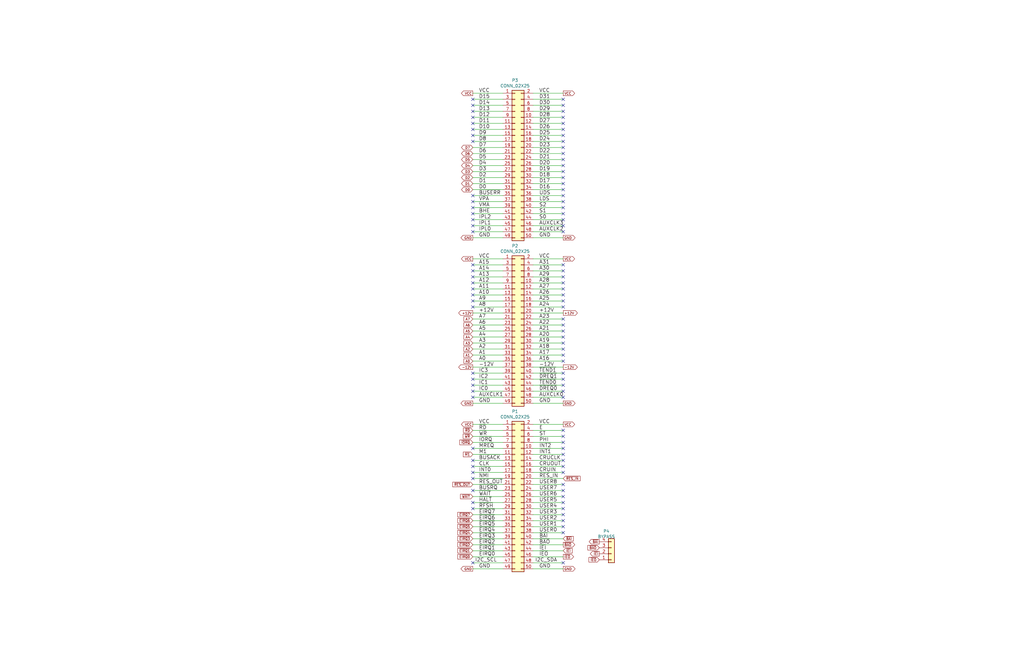
<source format=kicad_sch>
(kicad_sch (version 20211123) (generator eeschema)
  (paper "B")
  (lib_symbols
    (symbol "Connector_Generic:Conn_01x04" (pin_names (offset 1.016) hide)
      (property "Reference" "J" (at 0 5.08 0))
      (property "Value" "Conn_01x04" (at 0 -7.62 0))
      (symbol "Conn_01x04_1_1"
        (rectangle (start -1.27 -4.953) (end 0 -5.207) (stroke (width 0.1524)))
        (rectangle (start -1.27 -2.413) (end 0 -2.667) (stroke (width 0.1524)))
        (rectangle (start -1.27 0.127) (end 0 -0.127) (stroke (width 0.1524)))
        (rectangle (start -1.27 2.667) (end 0 2.413) (stroke (width 0.1524)))
        (rectangle (start -1.27 3.81) (end 1.27 -6.35) (stroke (width 0.254)) (fill (type background)))
        (pin passive line (at -5.08 2.54 0) (length 3.81) (name "Pin_1") (number "1"))
        (pin passive line (at -5.08 0 0) (length 3.81) (name "Pin_2") (number "2"))
        (pin passive line (at -5.08 -2.54 0) (length 3.81) (name "Pin_3") (number "3"))
        (pin passive line (at -5.08 -5.08 0) (length 3.81) (name "Pin_4") (number "4"))
      )
    )
    (symbol "Connector_Generic:Conn_02x25_Odd_Even" (pin_names (offset 1.016) hide)
      (property "Reference" "J" (at 1.27 33.02 0))
      (property "Value" "Conn_02x25_Odd_Even" (at 1.27 -33.02 0))
      (symbol "Conn_02x25_Odd_Even_1_1"
        (rectangle (start -1.27 -30.353) (end 0 -30.607) (stroke (width 0.1524)))
        (rectangle (start -1.27 -27.813) (end 0 -28.067) (stroke (width 0.1524)))
        (rectangle (start -1.27 -25.273) (end 0 -25.527) (stroke (width 0.1524)))
        (rectangle (start -1.27 -22.733) (end 0 -22.987) (stroke (width 0.1524)))
        (rectangle (start -1.27 -20.193) (end 0 -20.447) (stroke (width 0.1524)))
        (rectangle (start -1.27 -17.653) (end 0 -17.907) (stroke (width 0.1524)))
        (rectangle (start -1.27 -15.113) (end 0 -15.367) (stroke (width 0.1524)))
        (rectangle (start -1.27 -12.573) (end 0 -12.827) (stroke (width 0.1524)))
        (rectangle (start -1.27 -10.033) (end 0 -10.287) (stroke (width 0.1524)))
        (rectangle (start -1.27 -7.493) (end 0 -7.747) (stroke (width 0.1524)))
        (rectangle (start -1.27 -4.953) (end 0 -5.207) (stroke (width 0.1524)))
        (rectangle (start -1.27 -2.413) (end 0 -2.667) (stroke (width 0.1524)))
        (rectangle (start -1.27 0.127) (end 0 -0.127) (stroke (width 0.1524)))
        (rectangle (start -1.27 2.667) (end 0 2.413) (stroke (width 0.1524)))
        (rectangle (start -1.27 5.207) (end 0 4.953) (stroke (width 0.1524)))
        (rectangle (start -1.27 7.747) (end 0 7.493) (stroke (width 0.1524)))
        (rectangle (start -1.27 10.287) (end 0 10.033) (stroke (width 0.1524)))
        (rectangle (start -1.27 12.827) (end 0 12.573) (stroke (width 0.1524)))
        (rectangle (start -1.27 15.367) (end 0 15.113) (stroke (width 0.1524)))
        (rectangle (start -1.27 17.907) (end 0 17.653) (stroke (width 0.1524)))
        (rectangle (start -1.27 20.447) (end 0 20.193) (stroke (width 0.1524)))
        (rectangle (start -1.27 22.987) (end 0 22.733) (stroke (width 0.1524)))
        (rectangle (start -1.27 25.527) (end 0 25.273) (stroke (width 0.1524)))
        (rectangle (start -1.27 28.067) (end 0 27.813) (stroke (width 0.1524)))
        (rectangle (start -1.27 30.607) (end 0 30.353) (stroke (width 0.1524)))
        (rectangle (start -1.27 31.75) (end 3.81 -31.75) (stroke (width 0.254)) (fill (type background)))
        (rectangle (start 3.81 -30.353) (end 2.54 -30.607) (stroke (width 0.1524)))
        (rectangle (start 3.81 -27.813) (end 2.54 -28.067) (stroke (width 0.1524)))
        (rectangle (start 3.81 -25.273) (end 2.54 -25.527) (stroke (width 0.1524)))
        (rectangle (start 3.81 -22.733) (end 2.54 -22.987) (stroke (width 0.1524)))
        (rectangle (start 3.81 -20.193) (end 2.54 -20.447) (stroke (width 0.1524)))
        (rectangle (start 3.81 -17.653) (end 2.54 -17.907) (stroke (width 0.1524)))
        (rectangle (start 3.81 -15.113) (end 2.54 -15.367) (stroke (width 0.1524)))
        (rectangle (start 3.81 -12.573) (end 2.54 -12.827) (stroke (width 0.1524)))
        (rectangle (start 3.81 -10.033) (end 2.54 -10.287) (stroke (width 0.1524)))
        (rectangle (start 3.81 -7.493) (end 2.54 -7.747) (stroke (width 0.1524)))
        (rectangle (start 3.81 -4.953) (end 2.54 -5.207) (stroke (width 0.1524)))
        (rectangle (start 3.81 -2.413) (end 2.54 -2.667) (stroke (width 0.1524)))
        (rectangle (start 3.81 0.127) (end 2.54 -0.127) (stroke (width 0.1524)))
        (rectangle (start 3.81 2.667) (end 2.54 2.413) (stroke (width 0.1524)))
        (rectangle (start 3.81 5.207) (end 2.54 4.953) (stroke (width 0.1524)))
        (rectangle (start 3.81 7.747) (end 2.54 7.493) (stroke (width 0.1524)))
        (rectangle (start 3.81 10.287) (end 2.54 10.033) (stroke (width 0.1524)))
        (rectangle (start 3.81 12.827) (end 2.54 12.573) (stroke (width 0.1524)))
        (rectangle (start 3.81 15.367) (end 2.54 15.113) (stroke (width 0.1524)))
        (rectangle (start 3.81 17.907) (end 2.54 17.653) (stroke (width 0.1524)))
        (rectangle (start 3.81 20.447) (end 2.54 20.193) (stroke (width 0.1524)))
        (rectangle (start 3.81 22.987) (end 2.54 22.733) (stroke (width 0.1524)))
        (rectangle (start 3.81 25.527) (end 2.54 25.273) (stroke (width 0.1524)))
        (rectangle (start 3.81 28.067) (end 2.54 27.813) (stroke (width 0.1524)))
        (rectangle (start 3.81 30.607) (end 2.54 30.353) (stroke (width 0.1524)))
        (pin passive line (at -5.08 30.48 0) (length 3.81) (name "Pin_1") (number "1"))
        (pin passive line (at 7.62 20.32 180) (length 3.81) (name "Pin_10") (number "10"))
        (pin passive line (at -5.08 17.78 0) (length 3.81) (name "Pin_11") (number "11"))
        (pin passive line (at 7.62 17.78 180) (length 3.81) (name "Pin_12") (number "12"))
        (pin passive line (at -5.08 15.24 0) (length 3.81) (name "Pin_13") (number "13"))
        (pin passive line (at 7.62 15.24 180) (length 3.81) (name "Pin_14") (number "14"))
        (pin passive line (at -5.08 12.7 0) (length 3.81) (name "Pin_15") (number "15"))
        (pin passive line (at 7.62 12.7 180) (length 3.81) (name "Pin_16") (number "16"))
        (pin passive line (at -5.08 10.16 0) (length 3.81) (name "Pin_17") (number "17"))
        (pin passive line (at 7.62 10.16 180) (length 3.81) (name "Pin_18") (number "18"))
        (pin passive line (at -5.08 7.62 0) (length 3.81) (name "Pin_19") (number "19"))
        (pin passive line (at 7.62 30.48 180) (length 3.81) (name "Pin_2") (number "2"))
        (pin passive line (at 7.62 7.62 180) (length 3.81) (name "Pin_20") (number "20"))
        (pin passive line (at -5.08 5.08 0) (length 3.81) (name "Pin_21") (number "21"))
        (pin passive line (at 7.62 5.08 180) (length 3.81) (name "Pin_22") (number "22"))
        (pin passive line (at -5.08 2.54 0) (length 3.81) (name "Pin_23") (number "23"))
        (pin passive line (at 7.62 2.54 180) (length 3.81) (name "Pin_24") (number "24"))
        (pin passive line (at -5.08 0 0) (length 3.81) (name "Pin_25") (number "25"))
        (pin passive line (at 7.62 0 180) (length 3.81) (name "Pin_26") (number "26"))
        (pin passive line (at -5.08 -2.54 0) (length 3.81) (name "Pin_27") (number "27"))
        (pin passive line (at 7.62 -2.54 180) (length 3.81) (name "Pin_28") (number "28"))
        (pin passive line (at -5.08 -5.08 0) (length 3.81) (name "Pin_29") (number "29"))
        (pin passive line (at -5.08 27.94 0) (length 3.81) (name "Pin_3") (number "3"))
        (pin passive line (at 7.62 -5.08 180) (length 3.81) (name "Pin_30") (number "30"))
        (pin passive line (at -5.08 -7.62 0) (length 3.81) (name "Pin_31") (number "31"))
        (pin passive line (at 7.62 -7.62 180) (length 3.81) (name "Pin_32") (number "32"))
        (pin passive line (at -5.08 -10.16 0) (length 3.81) (name "Pin_33") (number "33"))
        (pin passive line (at 7.62 -10.16 180) (length 3.81) (name "Pin_34") (number "34"))
        (pin passive line (at -5.08 -12.7 0) (length 3.81) (name "Pin_35") (number "35"))
        (pin passive line (at 7.62 -12.7 180) (length 3.81) (name "Pin_36") (number "36"))
        (pin passive line (at -5.08 -15.24 0) (length 3.81) (name "Pin_37") (number "37"))
        (pin passive line (at 7.62 -15.24 180) (length 3.81) (name "Pin_38") (number "38"))
        (pin passive line (at -5.08 -17.78 0) (length 3.81) (name "Pin_39") (number "39"))
        (pin passive line (at 7.62 27.94 180) (length 3.81) (name "Pin_4") (number "4"))
        (pin passive line (at 7.62 -17.78 180) (length 3.81) (name "Pin_40") (number "40"))
        (pin passive line (at -5.08 -20.32 0) (length 3.81) (name "Pin_41") (number "41"))
        (pin passive line (at 7.62 -20.32 180) (length 3.81) (name "Pin_42") (number "42"))
        (pin passive line (at -5.08 -22.86 0) (length 3.81) (name "Pin_43") (number "43"))
        (pin passive line (at 7.62 -22.86 180) (length 3.81) (name "Pin_44") (number "44"))
        (pin passive line (at -5.08 -25.4 0) (length 3.81) (name "Pin_45") (number "45"))
        (pin passive line (at 7.62 -25.4 180) (length 3.81) (name "Pin_46") (number "46"))
        (pin passive line (at -5.08 -27.94 0) (length 3.81) (name "Pin_47") (number "47"))
        (pin passive line (at 7.62 -27.94 180) (length 3.81) (name "Pin_48") (number "48"))
        (pin passive line (at -5.08 -30.48 0) (length 3.81) (name "Pin_49") (number "49"))
        (pin passive line (at -5.08 25.4 0) (length 3.81) (name "Pin_5") (number "5"))
        (pin passive line (at 7.62 -30.48 180) (length 3.81) (name "Pin_50") (number "50"))
        (pin passive line (at 7.62 25.4 180) (length 3.81) (name "Pin_6") (number "6"))
        (pin passive line (at -5.08 22.86 0) (length 3.81) (name "Pin_7") (number "7"))
        (pin passive line (at 7.62 22.86 180) (length 3.81) (name "Pin_8") (number "8"))
        (pin passive line (at -5.08 20.32 0) (length 3.81) (name "Pin_9") (number "9"))
      )
    )
  )
  (no_connect (at 199.39 90.17))
  (no_connect (at 237.49 196.85))
  (no_connect (at 237.49 46.99))
  (no_connect (at 199.39 167.64))
  (no_connect (at 237.49 59.69))
  (no_connect (at 199.39 85.09))
  (no_connect (at 237.49 77.47))
  (no_connect (at 199.39 54.61))
  (no_connect (at 237.49 111.76))
  (no_connect (at 199.39 196.85))
  (no_connect (at 199.39 121.92))
  (no_connect (at 199.39 212.09))
  (no_connect (at 237.49 237.49))
  (no_connect (at 237.49 142.24))
  (no_connect (at 237.49 191.77))
  (no_connect (at 237.49 69.85))
  (no_connect (at 237.49 67.31))
  (no_connect (at 199.39 189.23))
  (no_connect (at 237.49 212.09))
  (no_connect (at 237.49 139.7))
  (no_connect (at 199.39 116.84))
  (no_connect (at 237.49 157.48))
  (no_connect (at 237.49 64.77))
  (no_connect (at 199.39 97.79))
  (no_connect (at 237.49 119.38))
  (no_connect (at 237.49 186.69))
  (no_connect (at 237.49 127))
  (no_connect (at 199.39 207.01))
  (no_connect (at 199.39 52.07))
  (no_connect (at 199.39 124.46))
  (no_connect (at 199.39 119.38))
  (no_connect (at 237.49 181.61))
  (no_connect (at 237.49 162.56))
  (no_connect (at 199.39 49.53))
  (no_connect (at 237.49 184.15))
  (no_connect (at 199.39 59.69))
  (no_connect (at 199.39 41.91))
  (no_connect (at 199.39 160.02))
  (no_connect (at 237.49 116.84))
  (no_connect (at 237.49 54.61))
  (no_connect (at 199.39 157.48))
  (no_connect (at 199.39 165.1))
  (no_connect (at 237.49 52.07))
  (no_connect (at 199.39 201.93))
  (no_connect (at 237.49 214.63))
  (no_connect (at 237.49 114.3))
  (no_connect (at 237.49 152.4))
  (no_connect (at 237.49 74.93))
  (no_connect (at 199.39 129.54))
  (no_connect (at 199.39 57.15))
  (no_connect (at 237.49 217.17))
  (no_connect (at 199.39 46.99))
  (no_connect (at 199.39 199.39))
  (no_connect (at 237.49 57.15))
  (no_connect (at 237.49 189.23))
  (no_connect (at 237.49 62.23))
  (no_connect (at 237.49 72.39))
  (no_connect (at 237.49 224.79))
  (no_connect (at 199.39 214.63))
  (no_connect (at 237.49 97.79))
  (no_connect (at 237.49 90.17))
  (no_connect (at 237.49 219.71))
  (no_connect (at 237.49 49.53))
  (no_connect (at 237.49 194.31))
  (no_connect (at 199.39 92.71))
  (no_connect (at 199.39 127))
  (no_connect (at 199.39 87.63))
  (no_connect (at 199.39 114.3))
  (no_connect (at 237.49 92.71))
  (no_connect (at 237.49 209.55))
  (no_connect (at 199.39 44.45))
  (no_connect (at 237.49 204.47))
  (no_connect (at 237.49 85.09))
  (no_connect (at 237.49 160.02))
  (no_connect (at 237.49 95.25))
  (no_connect (at 237.49 80.01))
  (no_connect (at 237.49 207.01))
  (no_connect (at 237.49 82.55))
  (no_connect (at 237.49 147.32))
  (no_connect (at 237.49 222.25))
  (no_connect (at 237.49 199.39))
  (no_connect (at 237.49 87.63))
  (no_connect (at 199.39 194.31))
  (no_connect (at 199.39 111.76))
  (no_connect (at 237.49 129.54))
  (no_connect (at 199.39 82.55))
  (no_connect (at 199.39 95.25))
  (no_connect (at 237.49 41.91))
  (no_connect (at 237.49 121.92))
  (no_connect (at 237.49 44.45))
  (no_connect (at 237.49 137.16))
  (no_connect (at 237.49 149.86))
  (no_connect (at 237.49 144.78))
  (no_connect (at 199.39 237.49))
  (no_connect (at 237.49 134.62))
  (no_connect (at 199.39 162.56))
  (no_connect (at 237.49 167.64))
  (no_connect (at 237.49 124.46))
  (no_connect (at 237.49 165.1))
  (wire (pts (xy 224.79 224.79) (xy 237.49 224.79)))
  (wire (pts (xy 199.39 224.79) (xy 212.09 224.79)))
  (wire (pts (xy 224.79 77.47) (xy 237.49 77.47)))
  (wire (pts (xy 199.39 54.61) (xy 212.09 54.61)))
  (wire (pts (xy 199.39 209.55) (xy 212.09 209.55)))
  (wire (pts (xy 224.79 207.01) (xy 237.49 207.01)))
  (wire (pts (xy 199.39 137.16) (xy 212.09 137.16)))
  (wire (pts (xy 199.39 49.53) (xy 212.09 49.53)))
  (wire (pts (xy 224.79 97.79) (xy 237.49 97.79)))
  (wire (pts (xy 237.49 194.31) (xy 224.79 194.31)))
  (wire (pts (xy 224.79 201.93) (xy 237.49 201.93)))
  (wire (pts (xy 224.79 209.55) (xy 237.49 209.55)))
  (wire (pts (xy 224.79 57.15) (xy 237.49 57.15)))
  (wire (pts (xy 199.39 240.03) (xy 212.09 240.03)))
  (wire (pts (xy 224.79 100.33) (xy 237.49 100.33)))
  (wire (pts (xy 199.39 67.31) (xy 212.09 67.31)))
  (wire (pts (xy 224.79 85.09) (xy 237.49 85.09)))
  (wire (pts (xy 224.79 142.24) (xy 237.49 142.24)))
  (wire (pts (xy 199.39 152.4) (xy 212.09 152.4)))
  (wire (pts (xy 212.09 160.02) (xy 199.39 160.02)))
  (wire (pts (xy 224.79 137.16) (xy 237.49 137.16)))
  (wire (pts (xy 212.09 85.09) (xy 199.39 85.09)))
  (wire (pts (xy 199.39 204.47) (xy 212.09 204.47)))
  (wire (pts (xy 224.79 80.01) (xy 237.49 80.01)))
  (wire (pts (xy 224.79 212.09) (xy 237.49 212.09)))
  (wire (pts (xy 199.39 74.93) (xy 212.09 74.93)))
  (wire (pts (xy 224.79 170.18) (xy 237.49 170.18)))
  (wire (pts (xy 199.39 149.86) (xy 212.09 149.86)))
  (wire (pts (xy 199.39 116.84) (xy 212.09 116.84)))
  (wire (pts (xy 199.39 227.33) (xy 212.09 227.33)))
  (wire (pts (xy 237.49 184.15) (xy 224.79 184.15)))
  (wire (pts (xy 199.39 134.62) (xy 212.09 134.62)))
  (wire (pts (xy 224.79 144.78) (xy 237.49 144.78)))
  (wire (pts (xy 224.79 124.46) (xy 237.49 124.46)))
  (wire (pts (xy 199.39 52.07) (xy 212.09 52.07)))
  (wire (pts (xy 199.39 199.39) (xy 212.09 199.39)))
  (wire (pts (xy 224.79 67.31) (xy 237.49 67.31)))
  (wire (pts (xy 237.49 95.25) (xy 224.79 95.25)))
  (wire (pts (xy 224.79 114.3) (xy 237.49 114.3)))
  (wire (pts (xy 199.39 41.91) (xy 212.09 41.91)))
  (wire (pts (xy 199.39 111.76) (xy 212.09 111.76)))
  (wire (pts (xy 199.39 44.45) (xy 212.09 44.45)))
  (wire (pts (xy 224.79 44.45) (xy 237.49 44.45)))
  (wire (pts (xy 199.39 59.69) (xy 212.09 59.69)))
  (wire (pts (xy 224.79 129.54) (xy 237.49 129.54)))
  (wire (pts (xy 224.79 147.32) (xy 237.49 147.32)))
  (wire (pts (xy 199.39 77.47) (xy 212.09 77.47)))
  (wire (pts (xy 199.39 191.77) (xy 212.09 191.77)))
  (wire (pts (xy 199.39 64.77) (xy 212.09 64.77)))
  (wire (pts (xy 199.39 62.23) (xy 212.09 62.23)))
  (wire (pts (xy 199.39 222.25) (xy 212.09 222.25)))
  (wire (pts (xy 224.79 204.47) (xy 237.49 204.47)))
  (wire (pts (xy 224.79 59.69) (xy 237.49 59.69)))
  (wire (pts (xy 224.79 87.63) (xy 237.49 87.63)))
  (wire (pts (xy 224.79 62.23) (xy 237.49 62.23)))
  (wire (pts (xy 224.79 219.71) (xy 237.49 219.71)))
  (wire (pts (xy 224.79 82.55) (xy 237.49 82.55)))
  (wire (pts (xy 212.09 90.17) (xy 199.39 90.17)))
  (wire (pts (xy 199.39 121.92) (xy 212.09 121.92)))
  (wire (pts (xy 224.79 69.85) (xy 237.49 69.85)))
  (wire (pts (xy 199.39 46.99) (xy 212.09 46.99)))
  (wire (pts (xy 224.79 196.85) (xy 237.49 196.85)))
  (wire (pts (xy 224.79 179.07) (xy 237.49 179.07)))
  (wire (pts (xy 224.79 157.48) (xy 237.49 157.48)))
  (wire (pts (xy 199.39 194.31) (xy 212.09 194.31)))
  (wire (pts (xy 224.79 222.25) (xy 237.49 222.25)))
  (wire (pts (xy 199.39 201.93) (xy 212.09 201.93)))
  (wire (pts (xy 199.39 179.07) (xy 212.09 179.07)))
  (wire (pts (xy 237.49 234.95) (xy 224.79 234.95)))
  (wire (pts (xy 224.79 154.94) (xy 237.49 154.94)))
  (wire (pts (xy 224.79 134.62) (xy 237.49 134.62)))
  (wire (pts (xy 224.79 92.71) (xy 237.49 92.71)))
  (wire (pts (xy 199.39 212.09) (xy 212.09 212.09)))
  (wire (pts (xy 199.39 119.38) (xy 212.09 119.38)))
  (wire (pts (xy 199.39 144.78) (xy 212.09 144.78)))
  (wire (pts (xy 237.49 191.77) (xy 224.79 191.77)))
  (wire (pts (xy 224.79 109.22) (xy 237.49 109.22)))
  (wire (pts (xy 224.79 121.92) (xy 237.49 121.92)))
  (wire (pts (xy 199.39 186.69) (xy 212.09 186.69)))
  (wire (pts (xy 237.49 181.61) (xy 224.79 181.61)))
  (wire (pts (xy 199.39 170.18) (xy 212.09 170.18)))
  (wire (pts (xy 199.39 219.71) (xy 212.09 219.71)))
  (wire (pts (xy 224.79 46.99) (xy 237.49 46.99)))
  (wire (pts (xy 199.39 196.85) (xy 212.09 196.85)))
  (wire (pts (xy 224.79 149.86) (xy 237.49 149.86)))
  (wire (pts (xy 199.39 234.95) (xy 212.09 234.95)))
  (wire (pts (xy 199.39 181.61) (xy 212.09 181.61)))
  (wire (pts (xy 237.49 189.23) (xy 224.79 189.23)))
  (wire (pts (xy 224.79 165.1) (xy 237.49 165.1)))
  (wire (pts (xy 199.39 129.54) (xy 212.09 129.54)))
  (wire (pts (xy 199.39 229.87) (xy 212.09 229.87)))
  (wire (pts (xy 224.79 240.03) (xy 237.49 240.03)))
  (wire (pts (xy 224.79 64.77) (xy 237.49 64.77)))
  (wire (pts (xy 199.39 127) (xy 212.09 127)))
  (wire (pts (xy 224.79 49.53) (xy 237.49 49.53)))
  (wire (pts (xy 224.79 72.39) (xy 237.49 72.39)))
  (wire (pts (xy 224.79 152.4) (xy 237.49 152.4)))
  (wire (pts (xy 199.39 57.15) (xy 212.09 57.15)))
  (wire (pts (xy 224.79 162.56) (xy 237.49 162.56)))
  (wire (pts (xy 224.79 74.93) (xy 237.49 74.93)))
  (wire (pts (xy 224.79 90.17) (xy 237.49 90.17)))
  (wire (pts (xy 212.09 82.55) (xy 199.39 82.55)))
  (wire (pts (xy 212.09 157.48) (xy 199.39 157.48)))
  (wire (pts (xy 224.79 139.7) (xy 237.49 139.7)))
  (wire (pts (xy 224.79 39.37) (xy 237.49 39.37)))
  (wire (pts (xy 212.09 87.63) (xy 199.39 87.63)))
  (wire (pts (xy 224.79 199.39) (xy 237.49 199.39)))
  (wire (pts (xy 224.79 111.76) (xy 237.49 111.76)))
  (wire (pts (xy 237.49 232.41) (xy 224.79 232.41)))
  (wire (pts (xy 224.79 52.07) (xy 237.49 52.07)))
  (wire (pts (xy 199.39 124.46) (xy 212.09 124.46)))
  (wire (pts (xy 237.49 237.49) (xy 224.79 237.49)))
  (wire (pts (xy 224.79 132.08) (xy 237.49 132.08)))
  (wire (pts (xy 224.79 217.17) (xy 237.49 217.17)))
  (wire (pts (xy 237.49 229.87) (xy 224.79 229.87)))
  (wire (pts (xy 199.39 167.64) (xy 212.09 167.64)))
  (wire (pts (xy 199.39 72.39) (xy 212.09 72.39)))
  (wire (pts (xy 199.39 142.24) (xy 212.09 142.24)))
  (wire (pts (xy 199.39 109.22) (xy 212.09 109.22)))
  (wire (pts (xy 199.39 132.08) (xy 212.09 132.08)))
  (wire (pts (xy 199.39 189.23) (xy 212.09 189.23)))
  (wire (pts (xy 224.79 116.84) (xy 237.49 116.84)))
  (wire (pts (xy 199.39 214.63) (xy 212.09 214.63)))
  (wire (pts (xy 199.39 217.17) (xy 212.09 217.17)))
  (wire (pts (xy 199.39 154.94) (xy 212.09 154.94)))
  (wire (pts (xy 199.39 39.37) (xy 212.09 39.37)))
  (wire (pts (xy 199.39 147.32) (xy 212.09 147.32)))
  (wire (pts (xy 224.79 167.64) (xy 237.49 167.64)))
  (wire (pts (xy 199.39 100.33) (xy 212.09 100.33)))
  (wire (pts (xy 237.49 227.33) (xy 224.79 227.33)))
  (wire (pts (xy 212.09 97.79) (xy 199.39 97.79)))
  (wire (pts (xy 224.79 41.91) (xy 237.49 41.91)))
  (wire (pts (xy 199.39 232.41) (xy 212.09 232.41)))
  (wire (pts (xy 212.09 165.1) (xy 199.39 165.1)))
  (wire (pts (xy 237.49 186.69) (xy 224.79 186.69)))
  (wire (pts (xy 199.39 114.3) (xy 212.09 114.3)))
  (wire (pts (xy 224.79 127) (xy 237.49 127)))
  (wire (pts (xy 199.39 80.01) (xy 212.09 80.01)))
  (wire (pts (xy 199.39 139.7) (xy 212.09 139.7)))
  (wire (pts (xy 199.39 69.85) (xy 212.09 69.85)))
  (wire (pts (xy 212.09 237.49) (xy 199.39 237.49)))
  (wire (pts (xy 224.79 160.02) (xy 237.49 160.02)))
  (wire (pts (xy 212.09 92.71) (xy 199.39 92.71)))
  (wire (pts (xy 224.79 214.63) (xy 237.49 214.63)))
  (wire (pts (xy 199.39 207.01) (xy 212.09 207.01)))
  (wire (pts (xy 212.09 95.25) (xy 199.39 95.25)))
  (wire (pts (xy 224.79 119.38) (xy 237.49 119.38)))
  (wire (pts (xy 212.09 162.56) (xy 199.39 162.56)))
  (wire (pts (xy 224.79 54.61) (xy 237.49 54.61)))
  (wire (pts (xy 199.39 184.15) (xy 212.09 184.15)))
  (label "A7" (at 201.93 134.62 0) (effects (font (size 1.524 1.524))))
  (label "VCC" (at 201.93 179.07 0) (effects (font (size 1.524 1.524))))
  (label "~{BHE}" (at 201.93 90.17 0) (effects (font (size 1.524 1.524))))
  (label "D4" (at 201.93 69.85 0) (effects (font (size 1.524 1.524))))
  (label "A5" (at 201.93 139.7 0) (effects (font (size 1.524 1.524))))
  (label "~{RES_OUT}" (at 201.93 204.47 0) (effects (font (size 1.524 1.524))))
  (label "IPL1" (at 201.93 95.25 0) (effects (font (size 1.524 1.524))))
  (label "UDS" (at 227.33 82.55 0) (effects (font (size 1.524 1.524))))
  (label "~{INT2}" (at 227.33 189.23 0) (effects (font (size 1.524 1.524))))
  (label "VCC" (at 227.33 179.07 0) (effects (font (size 1.524 1.524))))
  (label "IC2" (at 201.93 160.02 0) (effects (font (size 1.524 1.524))))
  (label "USER0" (at 227.33 224.79 0) (effects (font (size 1.524 1.524))))
  (label "VCC" (at 227.33 39.37 0) (effects (font (size 1.524 1.524))))
  (label "A9" (at 201.93 127 0) (effects (font (size 1.524 1.524))))
  (label "D9" (at 201.93 57.15 0) (effects (font (size 1.524 1.524))))
  (label "GND" (at 227.33 100.33 0) (effects (font (size 1.524 1.524))))
  (label "D23" (at 227.33 62.23 0) (effects (font (size 1.524 1.524))))
  (label "D15" (at 201.93 41.91 0) (effects (font (size 1.524 1.524))))
  (label "~{IEI}" (at 227.33 232.41 0) (effects (font (size 1.524 1.524))))
  (label "A6" (at 201.93 137.16 0) (effects (font (size 1.524 1.524))))
  (label "D0" (at 201.93 80.01 0) (effects (font (size 1.524 1.524))))
  (label "GND" (at 201.93 240.03 0) (effects (font (size 1.524 1.524))))
  (label "IPL0" (at 201.93 97.79 0) (effects (font (size 1.524 1.524))))
  (label "D16" (at 227.33 80.01 0) (effects (font (size 1.524 1.524))))
  (label "~{VPA}" (at 201.93 85.09 0) (effects (font (size 1.524 1.524))))
  (label "I2C_SCL" (at 209.55 237.49 180) (effects (font (size 1.524 1.524))))
  (label "~{NMI}" (at 201.93 201.93 0) (effects (font (size 1.524 1.524))))
  (label "~{MREQ}" (at 201.93 189.23 0) (effects (font (size 1.524 1.524))))
  (label "USER6" (at 227.33 209.55 0) (effects (font (size 1.524 1.524))))
  (label "A3" (at 201.93 144.78 0) (effects (font (size 1.524 1.524))))
  (label "A4" (at 201.93 142.24 0) (effects (font (size 1.524 1.524))))
  (label "A23" (at 227.33 134.62 0) (effects (font (size 1.524 1.524))))
  (label "D25" (at 227.33 57.15 0) (effects (font (size 1.524 1.524))))
  (label "D7" (at 201.93 62.23 0) (effects (font (size 1.524 1.524))))
  (label "VCC" (at 227.33 109.22 0) (effects (font (size 1.524 1.524))))
  (label "+12V" (at 227.33 132.08 0) (effects (font (size 1.524 1.524))))
  (label "~{BAO}" (at 227.33 229.87 0) (effects (font (size 1.524 1.524))))
  (label "A14" (at 201.93 114.3 0) (effects (font (size 1.524 1.524))))
  (label "GND" (at 227.33 170.18 0) (effects (font (size 1.524 1.524))))
  (label "D26" (at 227.33 54.61 0) (effects (font (size 1.524 1.524))))
  (label "D6" (at 201.93 64.77 0) (effects (font (size 1.524 1.524))))
  (label "~{INT0}" (at 201.93 199.39 0) (effects (font (size 1.524 1.524))))
  (label "S0" (at 227.33 92.71 0) (effects (font (size 1.524 1.524))))
  (label "A24" (at 227.33 129.54 0) (effects (font (size 1.524 1.524))))
  (label "A28" (at 227.33 119.38 0) (effects (font (size 1.524 1.524))))
  (label "A20" (at 227.33 142.24 0) (effects (font (size 1.524 1.524))))
  (label "~{RD}" (at 201.93 181.61 0) (effects (font (size 1.524 1.524))))
  (label "A21" (at 227.33 139.7 0) (effects (font (size 1.524 1.524))))
  (label "A29" (at 227.33 116.84 0) (effects (font (size 1.524 1.524))))
  (label "AUXCLK3" (at 227.33 95.25 0) (effects (font (size 1.524 1.524))))
  (label "~{DREQ1}" (at 227.33 160.02 0) (effects (font (size 1.524 1.524))))
  (label "D13" (at 201.93 46.99 0) (effects (font (size 1.524 1.524))))
  (label "~{EIRQ0}" (at 201.93 234.95 0) (effects (font (size 1.524 1.524))))
  (label "A1" (at 201.93 149.86 0) (effects (font (size 1.524 1.524))))
  (label "VCC" (at 201.93 109.22 0) (effects (font (size 1.524 1.524))))
  (label "A8" (at 201.93 129.54 0) (effects (font (size 1.524 1.524))))
  (label "A25" (at 227.33 127 0) (effects (font (size 1.524 1.524))))
  (label "A13" (at 201.93 116.84 0) (effects (font (size 1.524 1.524))))
  (label "+12V" (at 201.93 132.08 0) (effects (font (size 1.524 1.524))))
  (label "D18" (at 227.33 74.93 0) (effects (font (size 1.524 1.524))))
  (label "D24" (at 227.33 59.69 0) (effects (font (size 1.524 1.524))))
  (label "~{M1}" (at 201.93 191.77 0) (effects (font (size 1.524 1.524))))
  (label "~{RFSH}" (at 201.93 214.63 0) (effects (font (size 1.524 1.524))))
  (label "USER4" (at 227.33 214.63 0) (effects (font (size 1.524 1.524))))
  (label "PHI" (at 227.33 186.69 0) (effects (font (size 1.524 1.524))))
  (label "~{BUSERR}" (at 201.93 82.55 0) (effects (font (size 1.524 1.524))))
  (label "AUXCLK0" (at 227.33 167.64 0) (effects (font (size 1.524 1.524))))
  (label "~{IEO}" (at 227.33 234.95 0) (effects (font (size 1.524 1.524))))
  (label "~{HALT}" (at 201.93 212.09 0) (effects (font (size 1.524 1.524))))
  (label "I2C_SDA" (at 234.95 237.49 180) (effects (font (size 1.524 1.524))))
  (label "USER8" (at 227.33 204.47 0) (effects (font (size 1.524 1.524))))
  (label "~{EIRQ4}" (at 201.93 224.79 0) (effects (font (size 1.524 1.524))))
  (label "A16" (at 227.33 152.4 0) (effects (font (size 1.524 1.524))))
  (label "A2" (at 201.93 147.32 0) (effects (font (size 1.524 1.524))))
  (label "A31" (at 227.33 111.76 0) (effects (font (size 1.524 1.524))))
  (label "~{TEND1}" (at 227.33 157.48 0) (effects (font (size 1.524 1.524))))
  (label "AUXCLK1" (at 201.93 167.64 0) (effects (font (size 1.524 1.524))))
  (label "D3" (at 201.93 72.39 0) (effects (font (size 1.524 1.524))))
  (label "D19" (at 227.33 72.39 0) (effects (font (size 1.524 1.524))))
  (label "~{WR}" (at 201.93 184.15 0) (effects (font (size 1.524 1.524))))
  (label "A10" (at 201.93 124.46 0) (effects (font (size 1.524 1.524))))
  (label "E" (at 227.33 181.61 0) (effects (font (size 1.524 1.524))))
  (label "ST" (at 227.33 184.15 0) (effects (font (size 1.524 1.524))))
  (label "A18" (at 227.33 147.32 0) (effects (font (size 1.524 1.524))))
  (label "A15" (at 201.93 111.76 0) (effects (font (size 1.524 1.524))))
  (label "A0" (at 201.93 152.4 0) (effects (font (size 1.524 1.524))))
  (label "LDS" (at 227.33 85.09 0) (effects (font (size 1.524 1.524))))
  (label "D12" (at 201.93 49.53 0) (effects (font (size 1.524 1.524))))
  (label "IC1" (at 201.93 162.56 0) (effects (font (size 1.524 1.524))))
  (label "~{BUSACK}" (at 201.93 194.31 0) (effects (font (size 1.524 1.524))))
  (label "A19" (at 227.33 144.78 0) (effects (font (size 1.524 1.524))))
  (label "AUXCLK2" (at 227.33 97.79 0) (effects (font (size 1.524 1.524))))
  (label "GND" (at 227.33 240.03 0) (effects (font (size 1.524 1.524))))
  (label "D1" (at 201.93 77.47 0) (effects (font (size 1.524 1.524))))
  (label "S1" (at 227.33 90.17 0) (effects (font (size 1.524 1.524))))
  (label "~{WAIT}" (at 201.93 209.55 0) (effects (font (size 1.524 1.524))))
  (label "~{EIRQ2}" (at 201.93 229.87 0) (effects (font (size 1.524 1.524))))
  (label "CRUIN" (at 227.33 199.39 0) (effects (font (size 1.524 1.524))))
  (label "-12V" (at 201.93 154.94 0) (effects (font (size 1.524 1.524))))
  (label "D22" (at 227.33 64.77 0) (effects (font (size 1.524 1.524))))
  (label "~{IORQ}" (at 201.93 186.69 0) (effects (font (size 1.524 1.524))))
  (label "~{EIRQ5}" (at 201.93 222.25 0) (effects (font (size 1.524 1.524))))
  (label "CRUCLK" (at 227.33 194.31 0) (effects (font (size 1.524 1.524))))
  (label "D8" (at 201.93 59.69 0) (effects (font (size 1.524 1.524))))
  (label "D14" (at 201.93 44.45 0) (effects (font (size 1.524 1.524))))
  (label "D11" (at 201.93 52.07 0) (effects (font (size 1.524 1.524))))
  (label "A17" (at 227.33 149.86 0) (effects (font (size 1.524 1.524))))
  (label "A26" (at 227.33 124.46 0) (effects (font (size 1.524 1.524))))
  (label "A12" (at 201.93 119.38 0) (effects (font (size 1.524 1.524))))
  (label "~{INT1}" (at 227.33 191.77 0) (effects (font (size 1.524 1.524))))
  (label "~{EIRQ6}" (at 201.93 219.71 0) (effects (font (size 1.524 1.524))))
  (label "CLK" (at 201.93 196.85 0) (effects (font (size 1.524 1.524))))
  (label "S2" (at 227.33 87.63 0) (effects (font (size 1.524 1.524))))
  (label "D30" (at 227.33 44.45 0) (effects (font (size 1.524 1.524))))
  (label "A30" (at 227.33 114.3 0) (effects (font (size 1.524 1.524))))
  (label "~{RES_IN}" (at 227.33 201.93 0) (effects (font (size 1.524 1.524))))
  (label "D31" (at 227.33 41.91 0) (effects (font (size 1.524 1.524))))
  (label "D28" (at 227.33 49.53 0) (effects (font (size 1.524 1.524))))
  (label "D2" (at 201.93 74.93 0) (effects (font (size 1.524 1.524))))
  (label "D29" (at 227.33 46.99 0) (effects (font (size 1.524 1.524))))
  (label "USER5" (at 227.33 212.09 0) (effects (font (size 1.524 1.524))))
  (label "~{BUSRQ}" (at 201.93 207.01 0) (effects (font (size 1.524 1.524))))
  (label "GND" (at 201.93 170.18 0) (effects (font (size 1.524 1.524))))
  (label "~{EIRQ1}" (at 201.93 232.41 0) (effects (font (size 1.524 1.524))))
  (label "A27" (at 227.33 121.92 0) (effects (font (size 1.524 1.524))))
  (label "~{DREQ0}" (at 227.33 165.1 0) (effects (font (size 1.524 1.524))))
  (label "-12V" (at 227.33 154.94 0) (effects (font (size 1.524 1.524))))
  (label "IC3" (at 201.93 157.48 0) (effects (font (size 1.524 1.524))))
  (label "D27" (at 227.33 52.07 0) (effects (font (size 1.524 1.524))))
  (label "USER7" (at 227.33 207.01 0) (effects (font (size 1.524 1.524))))
  (label "D10" (at 201.93 54.61 0) (effects (font (size 1.524 1.524))))
  (label "D21" (at 227.33 67.31 0) (effects (font (size 1.524 1.524))))
  (label "~{VMA}" (at 201.93 87.63 0) (effects (font (size 1.524 1.524))))
  (label "D17" (at 227.33 77.47 0) (effects (font (size 1.524 1.524))))
  (label "A22" (at 227.33 137.16 0) (effects (font (size 1.524 1.524))))
  (label "~{BAI}" (at 227.33 227.33 0) (effects (font (size 1.524 1.524))))
  (label "USER2" (at 227.33 219.71 0) (effects (font (size 1.524 1.524))))
  (label "VCC" (at 201.93 39.37 0) (effects (font (size 1.524 1.524))))
  (label "CRUOUT" (at 227.33 196.85 0) (effects (font (size 1.524 1.524))))
  (label "GND" (at 201.93 100.33 0) (effects (font (size 1.524 1.524))))
  (label "D20" (at 227.33 69.85 0) (effects (font (size 1.524 1.524))))
  (label "~{TEND0}" (at 227.33 162.56 0) (effects (font (size 1.524 1.524))))
  (label "~{EIRQ3}" (at 201.93 227.33 0) (effects (font (size 1.524 1.524))))
  (label "~{EIRQ7}" (at 201.93 217.17 0) (effects (font (size 1.524 1.524))))
  (label "USER3" (at 227.33 217.17 0) (effects (font (size 1.524 1.524))))
  (label "IPL2" (at 201.93 92.71 0) (effects (font (size 1.524 1.524))))
  (label "A11" (at 201.93 121.92 0) (effects (font (size 1.524 1.524))))
  (label "D5" (at 201.93 67.31 0) (effects (font (size 1.524 1.524))))
  (label "IC0" (at 201.93 165.1 0) (effects (font (size 1.524 1.524))))
  (label "USER1" (at 227.33 222.25 0) (effects (font (size 1.524 1.524))))
  (global_label "~{EIRQ4}" (shape input) (at 199.39 224.79 180) (effects (font (size 1.016 1.016))) (property "Intersheet References" "${INTERSHEET_REFS}" (effects hide)))
  (global_label "GND" (shape output) (at 199.39 100.33 180) (effects (font (size 1.016 1.016))) (property "Intersheet References" "${INTERSHEET_REFS}" (effects hide)))
  (global_label "VCC" (shape output) (at 199.39 179.07 180) (effects (font (size 1.016 1.016))) (property "Intersheet References" "${INTERSHEET_REFS}" (effects hide)))
  (global_label "GND" (shape output) (at 237.49 100.33 0) (effects (font (size 1.016 1.016))) (property "Intersheet References" "${INTERSHEET_REFS}" (effects hide)))
  (global_label "~{BAI}" (shape input) (at 237.49 227.33 0) (effects (font (size 1.016 1.016))) (property "Intersheet References" "${INTERSHEET_REFS}" (effects hide)))
  (global_label "VCC" (shape output) (at 199.39 39.37 180) (effects (font (size 1.016 1.016))) (property "Intersheet References" "${INTERSHEET_REFS}" (effects hide)))
  (global_label "~{EIRQ6}" (shape input) (at 199.39 219.71 180) (effects (font (size 1.016 1.016))) (property "Intersheet References" "${INTERSHEET_REFS}" (effects hide)))
  (global_label "~{EIRQ1}" (shape input) (at 199.39 232.41 180) (effects (font (size 1.016 1.016))) (property "Intersheet References" "${INTERSHEET_REFS}" (effects hide)))
  (global_label "A0" (shape input) (at 199.39 152.4 180) (effects (font (size 1.016 1.016))) (property "Intersheet References" "${INTERSHEET_REFS}" (effects hide)))
  (global_label "+12V" (shape output) (at 199.39 132.08 180) (effects (font (size 1.016 1.016))) (property "Intersheet References" "${INTERSHEET_REFS}" (effects hide)))
  (global_label "D7" (shape bidirectional) (at 199.39 62.23 180) (effects (font (size 1.016 1.016))) (property "Intersheet References" "${INTERSHEET_REFS}" (effects hide)))
  (global_label "A4" (shape input) (at 199.39 142.24 180) (effects (font (size 1.016 1.016))) (property "Intersheet References" "${INTERSHEET_REFS}" (effects hide)))
  (global_label "A5" (shape input) (at 199.39 139.7 180) (effects (font (size 1.016 1.016))) (property "Intersheet References" "${INTERSHEET_REFS}" (effects hide)))
  (global_label "~{BAO}" (shape input) (at 252.73 231.14 180) (effects (font (size 1.016 1.016))) (property "Intersheet References" "${INTERSHEET_REFS}" (effects hide)))
  (global_label "~{WR}" (shape input) (at 199.39 184.15 180) (effects (font (size 1.016 1.016))) (property "Intersheet References" "${INTERSHEET_REFS}" (effects hide)))
  (global_label "~{IEI}" (shape output) (at 252.73 233.68 180) (effects (font (size 1.016 1.016))) (property "Intersheet References" "${INTERSHEET_REFS}" (effects hide)))
  (global_label "+12V" (shape output) (at 237.49 132.08 0) (effects (font (size 1.016 1.016))) (property "Intersheet References" "${INTERSHEET_REFS}" (effects hide)))
  (global_label "GND" (shape output) (at 199.39 170.18 180) (effects (font (size 1.016 1.016))) (property "Intersheet References" "${INTERSHEET_REFS}" (effects hide)))
  (global_label "A3" (shape input) (at 199.39 144.78 180) (effects (font (size 1.016 1.016))) (property "Intersheet References" "${INTERSHEET_REFS}" (effects hide)))
  (global_label "~{RD}" (shape input) (at 199.39 181.61 180) (effects (font (size 1.016 1.016))) (property "Intersheet References" "${INTERSHEET_REFS}" (effects hide)))
  (global_label "~{RES_IN}" (shape input) (at 237.49 201.93 0) (effects (font (size 1.016 1.016))) (property "Intersheet References" "${INTERSHEET_REFS}" (effects hide)))
  (global_label "-12V" (shape output) (at 237.49 154.94 0) (effects (font (size 1.016 1.016))) (property "Intersheet References" "${INTERSHEET_REFS}" (effects hide)))
  (global_label "~{IEO}" (shape output) (at 237.49 234.95 0) (effects (font (size 1.016 1.016))) (property "Intersheet References" "${INTERSHEET_REFS}" (effects hide)))
  (global_label "A2" (shape input) (at 199.39 147.32 180) (effects (font (size 1.016 1.016))) (property "Intersheet References" "${INTERSHEET_REFS}" (effects hide)))
  (global_label "~{RES_OUT}" (shape input) (at 199.39 204.47 180) (effects (font (size 1.016 1.016))) (property "Intersheet References" "${INTERSHEET_REFS}" (effects hide)))
  (global_label "VCC" (shape output) (at 199.39 109.22 180) (effects (font (size 1.016 1.016))) (property "Intersheet References" "${INTERSHEET_REFS}" (effects hide)))
  (global_label "D2" (shape bidirectional) (at 199.39 74.93 180) (effects (font (size 1.016 1.016))) (property "Intersheet References" "${INTERSHEET_REFS}" (effects hide)))
  (global_label "A1" (shape input) (at 199.39 149.86 180) (effects (font (size 1.016 1.016))) (property "Intersheet References" "${INTERSHEET_REFS}" (effects hide)))
  (global_label "~{IORQ}" (shape input) (at 199.39 186.69 180) (effects (font (size 1.016 1.016))) (property "Intersheet References" "${INTERSHEET_REFS}" (effects hide)))
  (global_label "GND" (shape output) (at 237.49 170.18 0) (effects (font (size 1.016 1.016))) (property "Intersheet References" "${INTERSHEET_REFS}" (effects hide)))
  (global_label "~{M1}" (shape input) (at 199.39 191.77 180) (effects (font (size 1.016 1.016))) (property "Intersheet References" "${INTERSHEET_REFS}" (effects hide)))
  (global_label "D0" (shape bidirectional) (at 199.39 80.01 180) (effects (font (size 1.016 1.016))) (property "Intersheet References" "${INTERSHEET_REFS}" (effects hide)))
  (global_label "D1" (shape bidirectional) (at 199.39 77.47 180) (effects (font (size 1.016 1.016))) (property "Intersheet References" "${INTERSHEET_REFS}" (effects hide)))
  (global_label "VCC" (shape output) (at 237.49 109.22 0) (effects (font (size 1.016 1.016))) (property "Intersheet References" "${INTERSHEET_REFS}" (effects hide)))
  (global_label "D4" (shape bidirectional) (at 199.39 69.85 180) (effects (font (size 1.016 1.016))) (property "Intersheet References" "${INTERSHEET_REFS}" (effects hide)))
  (global_label "D3" (shape bidirectional) (at 199.39 72.39 180) (effects (font (size 1.016 1.016))) (property "Intersheet References" "${INTERSHEET_REFS}" (effects hide)))
  (global_label "-12V" (shape output) (at 199.39 154.94 180) (effects (font (size 1.016 1.016))) (property "Intersheet References" "${INTERSHEET_REFS}" (effects hide)))
  (global_label "VCC" (shape output) (at 237.49 179.07 0) (effects (font (size 1.016 1.016))) (property "Intersheet References" "${INTERSHEET_REFS}" (effects hide)))
  (global_label "~{EIRQ3}" (shape input) (at 199.39 227.33 180) (effects (font (size 1.016 1.016))) (property "Intersheet References" "${INTERSHEET_REFS}" (effects hide)))
  (global_label "~{EIRQ0}" (shape input) (at 199.39 234.95 180) (effects (font (size 1.016 1.016))) (property "Intersheet References" "${INTERSHEET_REFS}" (effects hide)))
  (global_label "~{IEO}" (shape input) (at 252.73 236.22 180) (effects (font (size 1.016 1.016))) (property "Intersheet References" "${INTERSHEET_REFS}" (effects hide)))
  (global_label "VCC" (shape output) (at 237.49 39.37 0) (effects (font (size 1.016 1.016))) (property "Intersheet References" "${INTERSHEET_REFS}" (effects hide)))
  (global_label "~{EIRQ5}" (shape input) (at 199.39 222.25 180) (effects (font (size 1.016 1.016))) (property "Intersheet References" "${INTERSHEET_REFS}" (effects hide)))
  (global_label "~{BAO}" (shape output) (at 237.49 229.87 0) (effects (font (size 1.016 1.016))) (property "Intersheet References" "${INTERSHEET_REFS}" (effects hide)))
  (global_label "D5" (shape bidirectional) (at 199.39 67.31 180) (effects (font (size 1.016 1.016))) (property "Intersheet References" "${INTERSHEET_REFS}" (effects hide)))
  (global_label "GND" (shape output) (at 199.39 240.03 180) (effects (font (size 1.016 1.016))) (property "Intersheet References" "${INTERSHEET_REFS}" (effects hide)))
  (global_label "~{EIRQ7}" (shape input) (at 199.39 217.17 180) (effects (font (size 1.016 1.016))) (property "Intersheet References" "${INTERSHEET_REFS}" (effects hide)))
  (global_label "A6" (shape input) (at 199.39 137.16 180) (effects (font (size 1.016 1.016))) (property "Intersheet References" "${INTERSHEET_REFS}" (effects hide)))
  (global_label "~{BAI}" (shape output) (at 252.73 228.6 180) (effects (font (size 1.016 1.016))) (property "Intersheet References" "${INTERSHEET_REFS}" (effects hide)))
  (global_label "~{IEI}" (shape input) (at 237.49 232.41 0) (effects (font (size 1.016 1.016))) (property "Intersheet References" "${INTERSHEET_REFS}" (effects hide)))
  (global_label "~{WAIT}" (shape input) (at 199.39 209.55 180) (effects (font (size 1.016 1.016))) (property "Intersheet References" "${INTERSHEET_REFS}" (effects hide)))
  (global_label "D6" (shape bidirectional) (at 199.39 64.77 180) (effects (font (size 1.016 1.016))) (property "Intersheet References" "${INTERSHEET_REFS}" (effects hide)))
  (global_label "GND" (shape output) (at 237.49 240.03 0) (effects (font (size 1.016 1.016))) (property "Intersheet References" "${INTERSHEET_REFS}" (effects hide)))
  (global_label "~{EIRQ2}" (shape input) (at 199.39 229.87 180) (effects (font (size 1.016 1.016))) (property "Intersheet References" "${INTERSHEET_REFS}" (effects hide)))
  (global_label "A7" (shape input) (at 199.39 134.62 180) (effects (font (size 1.016 1.016))) (property "Intersheet References" "${INTERSHEET_REFS}" (effects hide)))
  (symbol (lib_id "Connector_Generic:Conn_01x04") (at 257.81 233.68 0) (mirror x) (unit 1)
    (property "Reference" "P4" (at 255.7018 224.155 0))
    (property "Value" "BYPASS" (at 255.7018 226.4664 0))
    (property "Footprint" "Connector_PinHeader_2.54mm:PinHeader_1x04_P2.54mm_Vertical" (effects hide))
  )
  (symbol (lib_id "Connector_Generic:Conn_02x25_Odd_Even") (at 217.17 209.55 0) (unit 1)
    (property "Reference" "P1" (at 217.17 173.609 0))
    (property "Value" "CONN_02X25" (at 217.17 175.9204 0))
    (property "Footprint" "Connector_IDC:IDC-Header_2x25_P2.54mm_Horizontal" (effects hide))
  )
  (symbol (lib_id "Connector_Generic:Conn_02x25_Odd_Even") (at 217.17 139.7 0) (unit 1)
    (property "Reference" "P2" (at 217.17 103.759 0))
    (property "Value" "CONN_02X25" (at 217.17 106.0704 0))
    (property "Footprint" "Connector_IDC:IDC-Header_2x25_P2.54mm_Horizontal" (effects hide))
  )
  (symbol (lib_id "Connector_Generic:Conn_02x25_Odd_Even") (at 217.17 69.85 0) (unit 1)
    (property "Reference" "P3" (at 217.17 33.909 0))
    (property "Value" "CONN_02X25" (at 217.17 36.2204 0))
    (property "Footprint" "Connector_IDC:IDC-Header_2x25_P2.54mm_Horizontal" (effects hide))
  )
)
</source>
